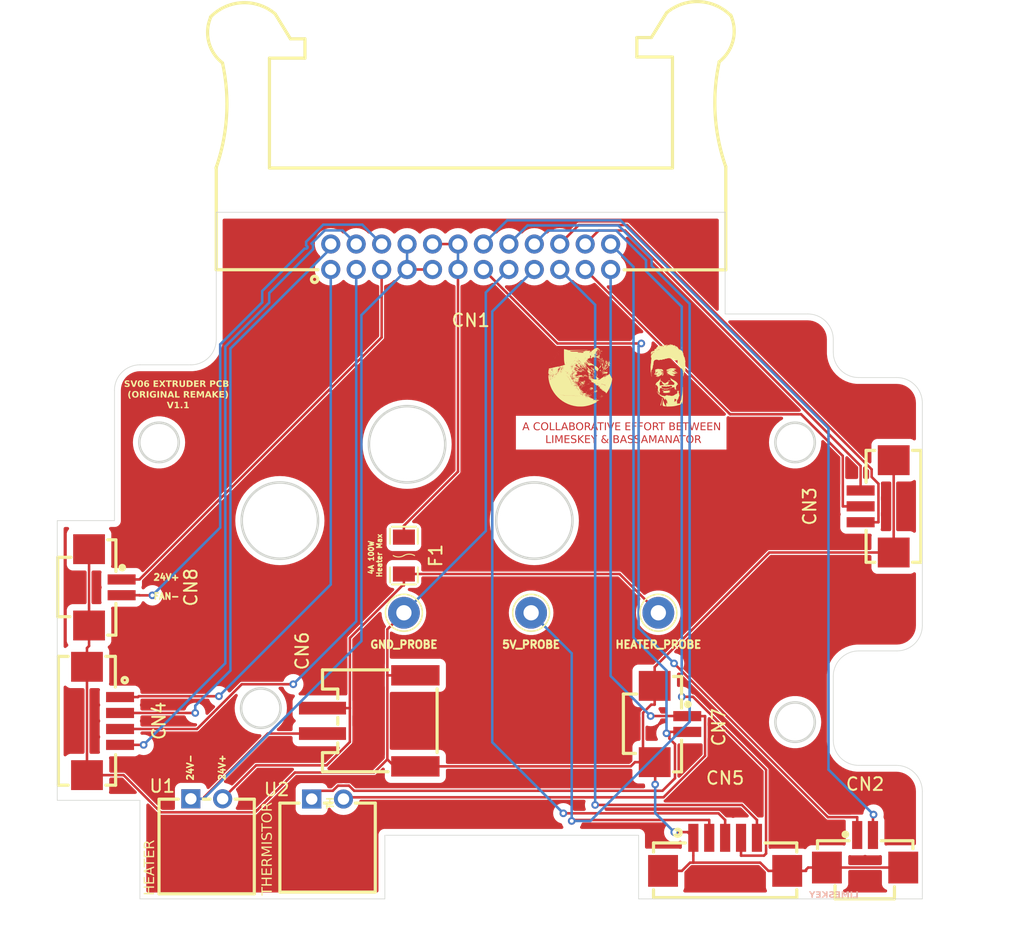
<source format=kicad_pcb>
(kicad_pcb (version 20240108) (generator "pcbnew") (generator_version "8.0")
  (layers (0 "F.Cu" signal) (31 "B.Cu" signal) (34 "B.Paste" user) (35 "F.Paste" user) (36 "B.SilkS" user "B.Silkscreen") (37 "F.SilkS" user "F.Silkscreen") (38 "B.Mask" user) (39 "F.Mask" user) (44 "Edge.Cuts" user))
  (net 0 "")
  (net 1 "Probe #2")
  (net 2 "Probe #1")
  (net 3 "Heater-")
  (net 4 "Empty DET #2")
  (net 5 "Probe #4")
  (net 6 "E Motor #1")
  (net 7 "Termistor-")
  (net 8 "Part Cooling Fan-")
  (net 9 "Empty DET #1")
  (net 10 "Fan+")
  (net 11 "Thermistor+")
  (net 12 "E Motor #3")
  (net 13 "E Motor #2")
  (net 14 "Probe #3")
  (net 15 "Empty DET #3")
  (net 16 "Probe #5")
  (net 17 "E Motor #4")
  (net 18 "Fan-")
  (net 19 "HEATER+_UNFUSED")
  (net 20 "Heater+")
  (net 21 "Part Cooling Fan+")
  (footprint "easyeda2kicad:CONN-SMD_HC-1.25-3PWT" (layer "F.Cu") (at 183.95 84.88 90)
    (property "Reference" "CN3" (at 0 -5.3 -90) (layer "F.SilkS"))
    (property "Value" "HC-1.25-3PWT")
    (pad "1" smd rect (at -1.25 -1.3 90) (size 0.8 2.2) (layers "F.Cu" "F.Paste" "F.Mask") (net 9 "Empty DET #1"))
    (pad "2" smd rect (at 0 -1.3 90) (size 0.8 2.2) (layers "F.Cu" "F.Paste" "F.Mask") (net 4 "Empty DET #2"))
    (pad "3" smd rect (at 1.25 -1.3 90) (size 0.8 2.2) (layers "F.Cu" "F.Paste" "F.Mask") (net 15 "Empty DET #3"))
    (pad "4" smd rect (at -3.63 1.3 90) (size 2.35 2.5) (layers "F.Cu" "F.Paste" "F.Mask") (net 2 "Probe #1"))
    (pad "5" smd rect (at 3.63 1.3 90) (size 2.35 2.5) (layers "F.Cu" "F.Paste" "F.Mask") (net 2 "Probe #1"))
  )
  (footprint "easyeda2kicad:IDC-TH_24P-P2.00_B-3102R24P-A000" (layer "F.Cu") (at 152 65.25 180)
    (property "Reference" "CN1" (at 0 -5 180) (layer "F.SilkS"))
    (property "Value" "B-3102R24P-A000")
    (pad "1" thru_hole circle (at 11 -1 90) (size 1.5 1.5) (drill 0.900024) (layers "*.Cu" "*.Mask") (net 6 "E Motor #1"))
    (pad "2" thru_hole circle (at 11 1 90) (size 1.5 1.5) (drill 0.900024) (layers "*.Cu" "*.Mask") (net 13 "E Motor #2"))
    (pad "3" thru_hole circle (at 9 -1 90) (size 1.5 1.5) (drill 0.900024) (layers "*.Cu" "*.Mask") (net 12 "E Motor #3"))
    (pad "4" thru_hole circle (at 9 1 90) (size 1.5 1.5) (drill 0.900024) (layers "*.Cu" "*.Mask") (net 17 "E Motor #4"))
    (pad "5" thru_hole circle (at 7 -1 90) (size 1.5 1.5) (drill 0.900024) (layers "*.Cu" "*.Mask") (net 10 "Fan+"))
    (pad "6" thru_hole circle (at 7 1 90) (size 1.5 1.5) (drill 0.900024) (layers "*.Cu" "*.Mask") (net 18 "Fan-"))
    (pad "7" thru_hole circle (at 5 -1 90) (size 1.5 1.5) (drill 0.900024) (layers "*.Cu" "*.Mask") (net 3 "Heater-"))
    (pad "8" thru_hole circle (at 5 1 90) (size 1.5 1.5) (drill 0.900024) (layers "*.Cu" "*.Mask") (net 3 "Heater-"))
    (pad "9" thru_hole circle (at 3 -1 90) (size 1.5 1.5) (drill 0.900024) (layers "*.Cu" "*.Mask") (net 3 "Heater-"))
    (pad "10" thru_hole circle (at 3 1 90) (size 1.5 1.5) (drill 0.900024) (layers "*.Cu" "*.Mask") (net 20 "Heater+"))
    (pad "11" thru_hole circle (at 1 -1 90) (size 1.5 1.5) (drill 0.900024) (layers "*.Cu" "*.Mask") (net 20 "Heater+"))
    (pad "12" thru_hole circle (at 1 1 90) (size 1.5 1.5) (drill 0.900024) (layers "*.Cu" "*.Mask") (net 20 "Heater+"))
    (pad "13" thru_hole circle (at -1 -1 90) (size 1.5 1.5) (drill 0.900024) (layers "*.Cu" "*.Mask") (net 21 "Part Cooling Fan+"))
    (pad "14" thru_hole circle (at -1 1 90) (size 1.5 1.5) (drill 0.900024) (layers "*.Cu" "*.Mask") (net 8 "Part Cooling Fan-"))
    (pad "15" thru_hole circle (at -3 -1 90) (size 1.5 1.5) (drill 0.900024) (layers "*.Cu" "*.Mask") (net 2 "Probe #1"))
    (pad "16" thru_hole circle (at -3 1 90) (size 1.5 1.5) (drill 0.900024) (layers "*.Cu" "*.Mask") (net 1 "Probe #2"))
    (pad "17" thru_hole circle (at -5 -1 90) (size 1.5 1.5) (drill 0.900024) (layers "*.Cu" "*.Mask") (net 14 "Probe #3"))
    (pad "18" thru_hole circle (at -5 1 90) (size 1.5 1.5) (drill 0.900024) (layers "*.Cu" "*.Mask") (net 5 "Probe #4"))
    (pad "19" thru_hole circle (at -7 -1 90) (size 1.5 1.5) (drill 0.900024) (layers "*.Cu" "*.Mask") (net 16 "Probe #5"))
    (pad "20" thru_hole circle (at -7 1 90) (size 1.5 1.5) (drill 0.900024) (layers "*.Cu" "*.Mask") (net 9 "Empty DET #1"))
    (pad "21" thru_hole circle (at -9 -1 90) (size 1.5 1.5) (drill 0.900024) (layers "*.Cu" "*.Mask") (net 4 "Empty DET #2"))
    (pad "22" thru_hole circle (at -9 1 90) (size 1.5 1.5) (drill 0.900024) (layers "*.Cu" "*.Mask") (net 15 "Empty DET #3"))
    (pad "23" thru_hole circle (at -11 -1 90) (size 1.5 1.5) (drill 0.900024) (layers "*.Cu" "*.Mask") (net 7 "Termistor-"))
    (pad "24" thru_hole circle (at -11 1 90) (size 1.5 1.5) (drill 0.900024) (layers "*.Cu" "*.Mask") (net 11 "Thermistor+"))
  )
  (footprint "Images:basa" (layer "F.Cu") (at 167.991409 73.84353)
    (property "Reference" "basamator" (hide yes))
    (property "Value" "LOGO" (hide yes))
  )
  (footprint "Images:limskeyyy" (layer "F.Cu") (at 160.5 74.5 180)
    (property "Reference" "G***" (hide yes))
    (property "Value" "LOGO" (hide yes))
  )
  (footprint "easyeda2kicad:CONN-SMD_2P-P1.25-HC-1.25-2PWT" (layer "F.Cu") (at 123.28 91.25 -90)
    (property "Reference" "CN8" (at 0 -6.72 90) (layer "F.SilkS"))
    (property "Value" "HC-1.25-2PWT")
    (pad "1" smd rect (at -0.62 -1.28 270) (size 0.8 2.2) (layers "F.Cu" "F.Paste" "F.Mask") (net 10 "Fan+"))
    (pad "2" smd rect (at 0.62 -1.28 270) (size 0.8 2.2) (layers "F.Cu" "F.Paste" "F.Mask") (net 18 "Fan-"))
    (pad "3" smd rect (at -3 1.28 180) (size 2.5 2.35) (layers "F.Cu" "F.Paste" "F.Mask") (net 2 "Probe #1"))
    (pad "4" smd rect (at 3 1.28) (size 2.5 2.35) (layers "F.Cu" "F.Paste" "F.Mask") (net 2 "Probe #1"))
  )
  (footprint "easyeda2kicad:CONN-SMD_2P-P1.25-HC-1.25-2PWT" (layer "F.Cu") (at 167.7425 102 -90)
    (property "Reference" "CN7" (at 0.25 -3.7575 90) (layer "F.SilkS"))
    (property "Value" "HC-1.25-2PWT")
    (pad "1" smd rect (at -0.62 -1.28 270) (size 0.8 2.2) (layers "F.Cu" "F.Paste" "F.Mask") (net 7 "Termistor-"))
    (pad "2" smd rect (at 0.62 -1.28 270) (size 0.8 2.2) (layers "F.Cu" "F.Paste" "F.Mask") (net 11 "Thermistor+"))
    (pad "3" smd rect (at -3 1.28 180) (size 2.5 2.35) (layers "F.Cu" "F.Paste" "F.Mask") (net 2 "Probe #1"))
    (pad "4" smd rect (at 3 1.28) (size 2.5 2.35) (layers "F.Cu" "F.Paste" "F.Mask") (net 2 "Probe #1"))
  )
  (footprint "TestPoint:TestPoint_THTPad_D2.5mm_Drill1.2mm" (layer "F.Cu") (at 166.75 93.25)
    (property "Reference" "TP2" (hide yes))
    (property "Value" "HEATER_PROBE" (at 0 2.5 0) (layer "F.SilkS") (effects (font (size 0.6 0.6))))
    (pad "1" thru_hole circle (at 0 0) (size 2.5 2.5) (drill 1.2) (layers "*.Cu" "*.Mask") (net 19 "HEATER+_UNFUSED"))
  )
  (footprint "easyeda2kicad:CONN-TH_2P-P2.50_HC-XH-2AW-G" (layer "F.Cu") (at 140.75 107.8975)
    (property "Reference" "U2" (at -4 -0.75 0) (layer "F.SilkS"))
    (property "Value" "HC-XH-2AW-L")
    (pad "1" thru_hole rect (at -1.25 0) (size 1.52 1.5) (drill 0.900024) (layers "*.Cu" "*.Mask") (net 11 "Thermistor+"))
    (pad "2" thru_hole circle (at 1.25 0) (size 1.5 1.5) (drill 0.900024) (layers "*.Cu" "*.Mask") (net 7 "Termistor-"))
  )
  (footprint "easyeda2kicad:CONN-SMD_2P-P1.25-HC-1.25-2PWT" (layer "F.Cu") (at 183 112.0075)
    (property "Reference" "CN2" (at 0 -5.28 0) (layer "F.SilkS"))
    (property "Value" "HC-1.25-2PWT")
    (pad "1" smd rect (at -0.62 -1.28) (size 0.8 2.2) (layers "F.Cu" "F.Paste" "F.Mask") (net 21 "Part Cooling Fan+"))
    (pad "2" smd rect (at 0.62 -1.28) (size 0.8 2.2) (layers "F.Cu" "F.Paste" "F.Mask") (net 8 "Part Cooling Fan-"))
    (pad "3" smd rect (at -3 1.28 270) (size 2.5 2.35) (layers "F.Cu" "F.Paste" "F.Mask") (net 2 "Probe #1"))
    (pad "4" smd rect (at 3 1.28 90) (size 2.5 2.35) (layers "F.Cu" "F.Paste" "F.Mask") (net 2 "Probe #1"))
  )
  (footprint "TestPoint:TestPoint_THTPad_D2.5mm_Drill1.2mm" (layer "F.Cu") (at 146.75 93.25)
    (property "Reference" "TP1" (hide yes))
    (property "Value" "GND_PROBE" (at 0 2.5 0) (layer "F.SilkS") (effects (font (size 0.6 0.6))))
    (pad "1" thru_hole circle (at 0 0) (size 2.5 2.5) (drill 1.2) (layers "*.Cu" "*.Mask") (net 2 "Probe #1"))
  )
  (footprint "easyeda2kicad:F1206" (layer "F.Cu") (at 146.75 88.75 -90)
    (property "Reference" "F1" (at 0 -2.5 90) (layer "F.SilkS"))
    (property "Value" "SMD1206-400-6V")
    (pad "1" smd rect (at -1.45 0 270) (size 1.19 1.73) (layers "F.Cu" "F.Paste" "F.Mask") (net 20 "Heater+"))
    (pad "2" smd rect (at 1.45 0 270) (size 1.19 1.73) (layers "F.Cu" "F.Paste" "F.Mask") (net 19 "HEATER+_UNFUSED"))
  )
  (footprint "easyeda2kicad:CONN-SMD_2P-P2.00_XKB_X2011WRS-02A-9TSN" (layer "F.Cu") (at 144 101.75 90)
    (property "Reference" "CN6" (at 5.5 -5.25 90) (layer "F.SilkS"))
    (property "Value" "X2011WRS-02A-9TSN")
    (pad "1" smd rect (at -1 -3.65 90) (size 1 3.7) (layers "F.Cu" "F.Paste" "F.Mask") (net 3 "Heater-"))
    (pad "2" smd rect (at 1 -3.65 90) (size 1 3.7) (layers "F.Cu" "F.Paste" "F.Mask") (net 19 "HEATER+_UNFUSED"))
    (pad "3" smd rect (at 3.58 3.65 90) (size 1.6 3.8) (layers "F.Cu" "F.Paste" "F.Mask") (net 2 "Probe #1"))
    (pad "4" smd rect (at -3.58 3.65 90) (size 1.6 3.8) (layers "F.Cu" "F.Paste" "F.Mask") (net 2 "Probe #1"))
  )
  (footprint "TestPoint:TestPoint_THTPad_D2.5mm_Drill1.2mm" (layer "F.Cu") (at 156.75 93.25)
    (property "Reference" "TP3" (hide yes))
    (property "Value" "5V_PROBE" (at 0 2.5 0) (layer "F.SilkS") (effects (font (size 0.6 0.6))))
    (pad "1" thru_hole circle (at 0 0) (size 2.5 2.5) (drill 1.2) (layers "*.Cu" "*.Mask") (net 1 "Probe #2"))
  )
  (footprint "easyeda2kicad:CONN-TH_2P-P2.50_HX-2.54MM-2P-WZ" (layer "F.Cu") (at 131.25 107.88)
    (property "Reference" "U1" (at -3.5 -1 0) (layer "F.SilkS"))
    (property "Value" "HX 2.54MM-2P WZ")
    (pad "1" thru_hole rect (at -1.25 0) (size 1.5 1.5) (drill 0.900024) (layers "*.Cu" "*.Mask") (net 3 "Heater-"))
    (pad "2" thru_hole circle (at 1.25 0) (size 1.5 1.5) (drill 0.900024) (layers "*.Cu" "*.Mask") (net 19 "HEATER+_UNFUSED"))
  )
  (footprint "easyeda2kicad:CONN-SMD_5P-P1.25_HCTL_HC-1.25-5PWT" (layer "F.Cu") (at 172 112.25)
    (property "Reference" "CN5" (at 0 -6 0) (layer "F.SilkS"))
    (property "Value" "HC-1.25-5PWT")
    (pad "1" smd rect (at -2.5 -1.3) (size 0.8 2.2) (layers "F.Cu" "F.Paste" "F.Mask") (net 2 "Probe #1"))
    (pad "2" smd rect (at -1.25 -1.3) (size 0.8 2.2) (layers "F.Cu" "F.Paste" "F.Mask") (net 1 "Probe #2"))
    (pad "3" smd rect (at 0 -1.3) (size 0.8 2.2) (layers "F.Cu" "F.Paste" "F.Mask") (net 14 "Probe #3"))
    (pad "4" smd rect (at 1.25 -1.3) (size 0.8 2.2) (layers "F.Cu" "F.Paste" "F.Mask") (net 5 "Probe #4"))
    (pad "5" smd rect (at 2.5 -1.3) (size 0.8 2.2) (layers "F.Cu" "F.Paste" "F.Mask") (net 16 "Probe #5"))
    (pad "6" smd rect (at 4.88 1.3) (size 2.35 2.5) (layers "F.Cu" "F.Paste" "F.Mask") (net 2 "Probe #1"))
    (pad "7" smd rect (at -4.88 1.3) (size 2.35 2.5) (layers "F.Cu" "F.Paste" "F.Mask") (net 2 "Probe #1"))
  )
  (footprint "easyeda2kicad:CONN-SMD_4P-P1.25-HC-1.25-4PWT" (layer "F.Cu") (at 123.1375 101.76 -90)
    (property "Reference" "CN4" (at -0.01 -4.3625 90) (layer "F.SilkS"))
    (property "Value" "HC-1.25-4PWT")
    (pad "1" smd rect (at -1.88 -1.3) (size 2.2 0.8) (layers "F.Cu" "F.Paste" "F.Mask") (net 6 "E Motor #1"))
    (pad "2" smd rect (at -0.63 -1.3) (size 2.2 0.8) (layers "F.Cu" "F.Paste" "F.Mask") (net 13 "E Motor #2"))
    (pad "3" smd rect (at 0.63 -1.3) (size 2.2 0.8) (layers "F.Cu" "F.Paste" "F.Mask") (net 12 "E Motor #3"))
    (pad "4" smd rect (at 1.88 -1.3) (size 2.2 0.8) (layers "F.Cu" "F.Paste" "F.Mask") (net 17 "E Motor #4"))
    (pad "5" smd rect (at 4.26 1.3 90) (size 2.35 2.5) (layers "F.Cu" "F.Paste" "F.Mask") (net 2 "Probe #1"))
    (pad "6" smd rect (at -4.26 1.3 90) (size 2.35 2.5) (layers "F.Cu" "F.Paste" "F.Mask") (net 2 "Probe #1"))
  )
  (gr_line (start 187.5 107.3) (end 187.5 115.75) (stroke (width 0.05)) (layer "Edge.Cuts"))
  (gr_arc (start 185.5 74.75) (mid 186.914214 75.335786) (end 187.5 76.75) (stroke (width 0.05)) (layer "Edge.Cuts"))
  (gr_circle (center 177.5 101.85) (end 179.05 101.85) (stroke (width 0.2)) (fill none) (layer "Edge.Cuts"))
  (gr_line (start 145.25 115.75) (end 126 115.75) (stroke (width 0.05)) (layer "Edge.Cuts"))
  (gr_line (start 187.5 94.25) (end 187.5 76.75) (stroke (width 0.05)) (layer "Edge.Cuts"))
  (gr_circle (center 137 86) (end 140 86) (stroke (width 0.2)) (fill none) (layer "Edge.Cuts"))
  (gr_line (start 172 61.75) (end 132 61.75) (stroke (width 0.05)) (layer "Edge.Cuts"))
  (gr_line (start 182.5 105.25) (end 185.45 105.25) (stroke (width 0.05)) (layer "Edge.Cuts"))
  (gr_circle (center 177.5 79.85) (end 179.05 79.85) (stroke (width 0.2)) (fill none) (layer "Edge.Cuts"))
  (gr_line (start 124 86) (end 119.5 86) (stroke (width 0.05)) (layer "Edge.Cuts"))
  (gr_circle (center 127.5 79.85) (end 129.05 79.85) (stroke (width 0.2)) (fill none) (layer "Edge.Cuts"))
  (gr_line (start 132 71.75) (end 132 61.75) (stroke (width 0.05)) (layer "Edge.Cuts"))
  (gr_line (start 180.5 72.75) (end 180.5 71.75) (stroke (width 0.05)) (layer "Edge.Cuts"))
  (gr_arc (start 132 71.75) (mid 131.414214 73.164214) (end 130 73.75) (stroke (width 0.05)) (layer "Edge.Cuts"))
  (gr_circle (center 147 80) (end 150 80) (stroke (width 0.2)) (fill none) (layer "Edge.Cuts"))
  (gr_line (start 185.5 96.25) (end 182.5 96.25) (stroke (width 0.05)) (layer "Edge.Cuts"))
  (gr_arc (start 180.5 98.25) (mid 181.085786 96.835786) (end 182.5 96.25) (stroke (width 0.05)) (layer "Edge.Cuts"))
  (gr_line (start 178.5 69.75) (end 172 69.75) (stroke (width 0.05)) (layer "Edge.Cuts"))
  (gr_line (start 145.25 110.75) (end 145.25 115.75) (stroke (width 0.05)) (layer "Edge.Cuts"))
  (gr_arc (start 182.5 74.75) (mid 181.085786 74.164214) (end 180.5 72.75) (stroke (width 0.05)) (layer "Edge.Cuts"))
  (gr_line (start 126 115.75) (end 126 108) (stroke (width 0.05)) (layer "Edge.Cuts"))
  (gr_line (start 180.5 103.25) (end 180.5 98.25) (stroke (width 0.05)) (layer "Edge.Cuts"))
  (gr_line (start 130 73.75) (end 126 73.75) (stroke (width 0.05)) (layer "Edge.Cuts"))
  (gr_arc (start 182.5 105.25) (mid 181.085786 104.664214) (end 180.5 103.25) (stroke (width 0.05)) (layer "Edge.Cuts"))
  (gr_line (start 185.5 74.75) (end 182.5 74.75) (stroke (width 0.05)) (layer "Edge.Cuts"))
  (gr_line (start 124 86) (end 124 75.75) (stroke (width 0.05)) (layer "Edge.Cuts"))
  (gr_circle (center 135.5 100.75) (end 137.05 100.75) (stroke (width 0.2)) (fill none) (layer "Edge.Cuts"))
  (gr_line (start 165.2 115.75) (end 187.5 115.75) (stroke (width 0.05)) (layer "Edge.Cuts"))
  (gr_line (start 126 108) (end 119.5 108) (stroke (width 0.05)) (layer "Edge.Cuts"))
  (gr_line (start 119.5 86) (end 119.5 108) (stroke (width 0.05)) (layer "Edge.Cuts"))
  (gr_line (start 165.2 110.75) (end 165.2 115.75) (stroke (width 0.05)) (layer "Edge.Cuts"))
  (gr_arc (start 187.5 94.25) (mid 186.914214 95.664214) (end 185.5 96.25) (stroke (width 0.05)) (layer "Edge.Cuts"))
  (gr_circle (center 157 86) (end 160 86) (stroke (width 0.2)) (fill none) (layer "Edge.Cuts"))
  (gr_arc (start 178.5 69.75) (mid 179.914214 70.335786) (end 180.5 71.75) (stroke (width 0.05)) (layer "Edge.Cuts"))
  (gr_arc (start 124 75.75) (mid 124.585786 74.335786) (end 126 73.75) (stroke (width 0.05)) (layer "Edge.Cuts"))
  (gr_arc (start 185.45 105.25) (mid 186.899569 105.850431) (end 187.5 107.3) (stroke (width 0.05)) (layer "Edge.Cuts"))
  (gr_line (start 165.2 110.75) (end 145.25 110.75) (stroke (width 0.05)) (layer "Edge.Cuts"))
  (gr_line (start 172 69.75) (end 172 61.75) (stroke (width 0.05)) (layer "Edge.Cuts"))
  (gr_text "A COLLABORATIVE EFFORT BETWEEN \nLIMESKEY & BASSAMANATOR" (at 164 80 0) (layer "F.Cu") (effects (font (size 0.6 0.6) (thickness 0.125)) (justify bottom)))
  (gr_text "LIMESKEY" (at 182.5 115.75 0) (layer "B.SilkS") (effects (font (size 0.5 0.5) (thickness 0.125) (bold yes)) (justify left bottom mirror)))
  (gr_text "24V+" (at 127 90.75 0) (layer "F.SilkS") (effects (font (size 0.5 0.5) (thickness 0.125) (bold yes)) (justify left bottom)))
  (gr_text "24V+" (at 132.75 106.5 90) (layer "F.SilkS") (effects (font (size 0.5 0.5) (thickness 0.125) (bold yes)) (justify left bottom)))
  (gr_text "TH" (at 141.25 108.75 90) (layer "F.SilkS") (effects (font (size 0.5 0.5) (thickness 0.125) (bold yes)) (justify left bottom)))
  (gr_text "4A 100W \nHeater Max" (at 144.5 88.75 90) (layer "F.SilkS") (effects (font (size 0.4 0.4) (thickness 0.1))))
  (gr_text "SV06 EXTRUDER PCB \n(ORIGINAL REMAKE)\nV1.1" (at 129 77.25 0) (layer "F.SilkS") (effects (font (size 0.5 0.5) (thickness 0.125) (bold yes)) (justify bottom)))
  (gr_text "THERMISTOR" (at 136.5 115.5 90) (layer "F.SilkS") (effects (font (size 0.8 0.8)) (justify left bottom)))
  (gr_text "HEATER" (at 127.25 115.5 90) (layer "F.SilkS") (effects (font (size 0.8 0.8)) (justify left bottom)))
  (gr_text "24V-" (at 130.25 106.5 90) (layer "F.SilkS") (effects (font (size 0.5 0.5) (thickness 0.125) (bold yes)) (justify left bottom)))
  (gr_text "FAN-" (at 127 92.25 0) (layer "F.SilkS") (effects (font (size 0.5 0.5) (thickness 0.125) (bold yes)) (justify left bottom)))
  (segment (start 170.75 110.95) (end 170.75 109.5483) (width 0.2) (layer "F.Cu") (net 1))
  (segment (start 170.75 109.5483) (end 160.0147 109.5483) (width 0.2) (layer "F.Cu") (net 1))
  (segment (start 160.0147 109.5483) (end 159.9396 109.6234) (width 0.2) (layer "F.Cu") (net 1))
  (via (at 159.9396 109.6234) (size 0.6) (drill 0.3) (layers "F.Cu" "B.Cu") (net 1))
  (segment (start 156.4638 62.7862) (end 155 64.25) (width 0.2) (layer "B.Cu") (net 1))
  (segment (start 159.9396 109.6234) (end 161.4095 109.6234) (width 0.2) (layer "B.Cu") (net 1))
  (segment (start 166.2237 65.3988) (end 163.6111 62.7862) (width 0.2) (layer "B.Cu") (net 1))
  (segment (start 159.9396 96.4396) (end 159.9396 109.6234) (width 0.2) (layer "B.Cu") (net 1))
  (segment (start 161.4095 109.6234) (end 169.2095 101.8234) (width 0.2) (layer "B.Cu") (net 1))
  (segment (start 163.6111 62.7862) (end 156.4638 62.7862) (width 0.2) (layer "B.Cu") (net 1))
  (segment (start 169.2095 101.8234) (end 169.2095 68.9526) (width 0.2) (layer "B.Cu") (net 1))
  (segment (start 169.2095 68.9526) (end 166.2237 65.9668) (width 0.2) (layer "B.Cu") (net 1))
  (segment (start 166.2237 65.9668) (end 166.2237 65.3988) (width 0.2) (layer "B.Cu") (net 1))
  (segment (start 156.75 93.25) (end 159.9396 96.4396) (width 0.2) (layer "B.Cu") (net 1))
  (segment (start 168.5967 113.55) (end 169.2434 112.9033) (width 0.2) (layer "F.Cu") (net 2))
  (segment (start 135.1506 108.8454) (end 135.0527 108.9433) (width 0.2) (layer "F.Cu") (net 2))
  (segment (start 135.2241 108.7719) (end 135.1996 108.7964) (width 0.2) (layer "F.Cu") (net 2))
  (segment (start 135.2482 108.7478) (end 135.2478 108.7482) (width 0.2) (layer "F.Cu") (net 2))
  (segment (start 169.5 110.9513) (end 169.5 110.9506) (width 0.2) (layer "F.Cu") (net 2))
  (segment (start 145.4483 94.5517) (end 146.75 93.25) (width 0.2) (layer "F.Cu") (net 2))
  (segment (start 185.25 88.51) (end 175.4758 88.51) (width 0.2) (layer "F.Cu") (net 2))
  (segment (start 135.247 108.749) (end 135.2455 108.7505) (width 0.2) (layer "F.Cu") (net 2))
  (segment (start 121.8375 96.0233) (end 122 95.8608) (width 0.2) (layer "F.Cu") (net 2))
  (segment (start 169.5 110.9554) (end 169.5 110.9527) (width 0.2) (layer "F.Cu") (net 2))
  (segment (start 147.65 105.33) (end 164.5808 105.33) (width 0.2) (layer "F.Cu") (net 2))
  (segment (start 146.5492 105.33) (end 147.65 105.33) (width 0.2) (layer "F.Cu") (net 2))
  (segment (start 169.5 111.6508) (end 169.5 111.3004) (width 0.2) (layer "F.Cu") (net 2))
  (segment (start 169.5 110.9506) (end 169.5 110.9503) (width 0.2) (layer "F.Cu") (net 2))
  (segment (start 180 113.2875) (end 178.5233 113.2875) (width 0.2) (layer "F.Cu") (net 2))
  (segment (start 145.4483 104.7795) (end 144.4111 105.8167) (width 0.2) (layer "F.Cu") (net 2))
  (segment (start 135.2478 108.7482) (end 135.247 108.749) (width 0.2) (layer "F.Cu") (net 2))
  (segment (start 176.88 113.55) (end 178.3567 113.55) (width 0.2) (layer "F.Cu") (net 2))
  (segment (start 169.5 111.3004) (end 169.5 111.1252) (width 0.2) (layer "F.Cu") (net 2))
  (segment (start 165.5436 101.1204) (end 165.5436 104.8569) (width 0.2) (layer "F.Cu") (net 2))
  (segment (start 165.5436 104.8569) (end 165.6867 105) (width 0.2) (layer "F.Cu") (net 2))
  (segment (start 169.5 110.9501) (end 169.5 110.95) (width 0.2) (layer "F.Cu") (net 2))
  (segment (start 127.6431 108.9433) (end 124.7198 106.02) (width 0.2) (layer "F.Cu") (net 2))
  (segment (start 169.5 110.9719) (end 169.5 110.9609) (width 0.2) (layer "F.Cu") (net 2))
  (segment (start 169.05 110.5) (end 168 110.5) (width 0.2) (layer "F.Cu") (net 2))
  (segment (start 138.1793 105.8167) (end 135.2485 108.7475) (width 0.2) (layer "F.Cu") (net 2))
  (segment (start 169.5 110.95) (end 169.05 110.5) (width 0.2) (layer "F.Cu") (net 2))
  (segment (start 145.4483 98.17) (end 145.4483 94.5517) (width 0.2) (layer "F.Cu") (net 2))
  (segment (start 166.5 106.75) (end 166.5 105.0375) (width 0.2) (layer "F.Cu") (net 2))
  (segment (start 121.8375 106.02) (end 121.8375 97.5) (width 0.2) (layer "F.Cu") (net 2))
  (segment (start 147.65 98.17) (end 145.4483 98.17) (width 0.2) (layer "F.Cu") (net 2))
  (segment (start 169.5 111.6508) (end 169.5 112.3517) (width 0.2) (layer "F.Cu") (net 2))
  (segment (start 166.5 105.0375) (end 166.4625 105) (width 0.2) (layer "F.Cu") (net 2))
  (segment (start 165.6867 105) (end 164.9108 105) (width 0.2) (layer "F.Cu") (net 2))
  (segment (start 124.7198 106.02) (end 121.8375 106.02) (width 0.2) (layer "F.Cu") (net 2))
  (segment (start 178.3567 113.55) (end 178.3567 113.4541) (width 0.2) (layer "F.Cu") (net 2))
  (segment (start 135.2424 108.7536) (end 135.2363 108.7597) (width 0.2) (layer "F.Cu") (net 2))
  (segment (start 166.4625 99) (end 166.4625 97.5233) (width 0.2) (layer "F.Cu") (net 2))
  (segment (start 145.9988 105.33) (end 145.4483 104.7795) (width 0.2) (layer "F.Cu") (net 2))
  (segment (start 166.4625 105) (end 165.6867 105) (width 0.2) (layer "F.Cu") (net 2))
  (segment (start 169.5 110.9938) (end 169.5 110.9719) (width 0.2) (layer "F.Cu") (net 2))
  (segment (start 122 94.25) (end 122 88.25) (width 0.2) (layer "F.Cu") (net 2))
  (segment (start 164.5808 105.33) (end 164.9108 105) (width 0.2) (layer "F.Cu") (net 2))
  (segment (start 122 95.8608) (end 122 94.25) (width 0.2) (layer "F.Cu") (net 2))
  (segment (start 166.4625 99) (end 166.4625 100.4767) (width 0.2) (layer "F.Cu") (net 2))
  (segment (start 135.1996 108.7964) (end 135.1506 108.8454) (width 0.2) (layer "F.Cu") (net 2))
  (segment (start 185.25 81.25) (end 185.25 88.51) (width 0.2) (layer "F.Cu") (net 2))
  (segment (start 169.5 111.0376) (end 169.5 110.9938) (width 0.2) (layer "F.Cu") (net 2))
  (segment (start 166.4625 100.4767) (end 166.1873 100.4767) (width 0.2) (layer "F.Cu") (net 2))
  (segment (start 167.12 113.55) (end 168.5967 113.55) (width 0.2) (layer "F.Cu") (net 2))
  (segment (start 169.5 112.9033) (end 174.7566 112.9033) (width 0.2) (layer "F.Cu") (net 2))
  (segment (start 121.8375 97.5) (end 121.8375 96.0233) (width 0.2) (layer "F.Cu") (net 2))
  (segment (start 135.0527 108.9433) (end 127.6431 108.9433) (width 0.2) (layer "F.Cu") (net 2))
  (segment (start 169.2434 112.9033) (end 169.5 112.9033) (width 0.2) (layer "F.Cu") (net 2))
  (segment (start 178.3567 113.4541) (end 178.5233 113.2875) (width 0.2) (layer "F.Cu") (net 2))
  (segment (start 169.5 110.9503) (end 169.5 110.9501) (width 0.2) (layer "F.Cu") (net 2))
  (segment (start 145.4483 104.7795) (end 145.4483 98.17) (width 0.2) (layer "F.Cu") (net 2))
  (segment (start 144.4111 105.8167) (end 138.1793 105.8167) (width 0.2) (layer "F.Cu") (net 2))
  (segment (start 169.5 110.9609) (end 169.5 110.9554) (width 0.2) (layer "F.Cu") (net 2))
  (segment (start 176.88 113.55) (end 175.4033 113.55) (width 0.2) (layer "F.Cu") (net 2))
  (segment (start 169.5 111.1252) (end 169.5 111.0376) (width 0.2) (layer "F.Cu") (net 2))
  (segment (start 166.1873 100.4767) (end 165.5436 101.1204) (width 0.2) (layer "F.Cu") (net 2))
  (segment (start 175.4758 88.51) (end 166.4625 97.5233) (width 0.2) (layer "F.Cu") (net 2))
  (segment (start 135.2484 108.7476) (end 135.2482 108.7478) (width 0.2) (layer "F.Cu") (net 2))
  (segment (start 186 113.2875) (end 180 113.2875) (width 0.2) (layer "F.Cu") (net 2))
  (segment (start 135.2363 108.7597) (end 135.2241 108.7719) (width 0.2) (layer "F.Cu") (net 2))
  (segment (start 146.5492 105.33) (end 145.9988 105.33) (width 0.2) (layer "F.Cu") (net 2))
  (segment (start 169.5 110.9527) (end 169.5 110.9513) (width 0.2) (layer "F.Cu") (net 2))
  (segment (start 135.2485 108.7475) (end 135.2484 108.7476) (width 0.2) (layer "F.Cu") (net 2))
  (segment (start 174.7566 112.9033) (end 175.4033 113.55) (width 0.2) (layer "F.Cu") (net 2))
  (segment (start 135.2455 108.7505) (end 135.2424 108.7536) (width 0.2) (layer "F.Cu") (net 2))
  (segment (start 169.5 112.9033) (end 169.5 112.3517) (width 0.2) (layer "F.Cu") (net 2))
  (via (at 168 110.5) (size 0.6) (drill 0.3) (layers "F.Cu" "B.Cu") (net 2))
  (via (at 166.5 106.75) (size 0.6) (drill 0.3) (layers "F.Cu" "B.Cu") (net 2))
  (segment (start 168 110.5) (end 166.5 109) (width 0.2) (layer "B.Cu") (net 2))
  (segment (start 153.1875 86.8125) (end 146.75 93.25) (width 0.2) (layer "B.Cu") (net 2))
  (segment (start 166.5 109) (end 166.5 106.75) (width 0.2) (layer "B.Cu") (net 2))
  (segment (start 153.1875 68.0625) (end 153.1875 86.8125) (width 0.2) (layer "B.Cu") (net 2))
  (segment (start 155 66.25) (end 153.1875 68.0625) (width 0.2) (layer "B.Cu") (net 2))
  (segment (start 140.35 102.75) (end 136.0502 102.75) (width 0.2) (layer "F.Cu") (net 3))
  (segment (start 130 107.88) (end 131.0517 107.88) (width 0.2) (layer "F.Cu") (net 3))
  (segment (start 131.0517 107.7485) (end 131.0517 107.88) (width 0.2) (layer "F.Cu") (net 3))
  (segment (start 136.0502 102.75) (end 131.0517 107.7485) (width 0.2) (layer "F.Cu") (net 3))
  (segment (start 149 66.25) (end 147 66.25) (width 0.2) (layer "F.Cu") (net 3))
  (segment (start 143.41 95.4699) (end 143.41 69.84) (width 0.2) (layer "B.Cu") (net 3))
  (segment (start 130 107.88) (end 131.0517 107.88) (width 0.2) (layer "B.Cu") (net 3))
  (segment (start 131.0517 107.88) (end 131.0517 107.8282) (width 0.2) (layer "B.Cu") (net 3))
  (segment (start 143.41 69.84) (end 147 66.25) (width 0.2) (layer "B.Cu") (net 3))
  (segment (start 147 64.25) (end 147 66.25) (width 0.2) (layer "B.Cu") (net 3))
  (segment (start 131.0517 107.8282) (end 143.41 95.4699) (width 0.2) (layer "B.Cu") (net 3))
  (segment (start 161 66.25) (end 172.3872 77.6372) (width 0.2) (layer "F.Cu") (net 4))
  (segment (start 172.3872 77.6372) (end 177.9712 77.6372) (width 0.2) (layer "F.Cu") (net 4))
  (segment (start 181.2483 80.9143) (end 181.2483 84.88) (width 0.2) (layer "F.Cu") (net 4))
  (segment (start 177.9712 77.6372) (end 181.2483 80.9143) (width 0.2) (layer "F.Cu") (net 4))
  (segment (start 182.65 84.88) (end 181.2483 84.88) (width 0.2) (layer "F.Cu") (net 4))
  (segment (start 175.2195 105.6053) (end 169.4711 99.8569) (width 0.2) (layer "F.Cu") (net 5))
  (segment (start 175.2195 112.1845) (end 175.2195 105.6053) (width 0.2) (layer "F.Cu") (net 5))
  (segment (start 173.25 112.3517) (end 175.0523 112.3517) (width 0.2) (layer "F.Cu") (net 5))
  (segment (start 173.25 110.95) (end 173.25 112.3517) (width 0.2) (layer "F.Cu") (net 5))
  (segment (start 175.0523 112.3517) (end 175.2195 112.1845) (width 0.2) (layer "F.Cu") (net 5))
  (segment (start 169.4711 99.8569) (end 168.5893 99.8569) (width 0.2) (layer "F.Cu") (net 5))
  (via (at 168.5893 99.8569) (size 0.6) (drill 0.3) (layers "F.Cu" "B.Cu") (net 5))
  (segment (start 168.5892 99.8569) (end 168.5893 99.8569) (width 0.2) (layer "B.Cu") (net 5))
  (segment (start 158.0621 63.1879) (end 163.4448 63.1879) (width 0.2) (layer "B.Cu") (net 5))
  (segment (start 163.4448 63.1879) (end 165.7807 65.5238) (width 0.2) (layer "B.Cu") (net 5))
  (segment (start 168.5892 69.1786) (end 168.5892 99.8569) (width 0.2) (layer "B.Cu") (net 5))
  (segment (start 157 64.25) (end 158.0621 63.1879) (width 0.2) (layer "B.Cu") (net 5))
  (segment (start 165.7807 66.3701) (end 168.5892 69.1786) (width 0.2) (layer "B.Cu") (net 5))
  (segment (start 165.7807 65.5238) (end 165.7807 66.3701) (width 0.2) (layer "B.Cu") (net 5))
  (segment (start 125.9047 99.8145) (end 132.2087 99.8145) (width 0.2) (layer "F.Cu") (net 6))
  (segment (start 125.8392 99.88) (end 125.9047 99.8145) (width 0.2) (layer "F.Cu") (net 6))
  (segment (start 124.4375 99.88) (end 125.8392 99.88) (width 0.2) (layer "F.Cu") (net 6))
  (via (at 132.2087 99.8145) (size 0.6) (drill 0.3) (layers "F.Cu" "B.Cu") (net 6))
  (segment (start 132.2087 99.8145) (end 141 91.0232) (width 0.2) (layer "B.Cu") (net 6))
  (segment (start 141 91.0232) (end 141 66.25) (width 0.2) (layer "B.Cu") (net 6))
  (segment (start 169.693 101.3695) (end 166.1453 101.3695) (width 0.2) (layer "F.Cu") (net 7))
  (segment (start 167.1583 107.7617) (end 142.1358 107.7617) (width 0.2) (layer "F.Cu") (net 7))
  (segment (start 170.4242 101.38) (end 170.4242 104.4958) (width 0.2) (layer "F.Cu") (net 7))
  (segment (start 142.1358 107.7617) (end 142 107.8975) (width 0.2) (layer "F.Cu") (net 7))
  (segment (start 169.7035 101.38) (end 169.693 101.3695) (width 0.2) (layer "F.Cu") (net 7))
  (segment (start 169.7234 101.38) (end 170.4242 101.38) (width 0.2) (layer "F.Cu") (net 7))
  (segment (start 170.4242 104.4958) (end 167.1583 107.7617) (width 0.2) (layer "F.Cu") (net 7))
  (segment (start 169.7234 101.38) (end 169.7035 101.38) (width 0.2) (layer "F.Cu") (net 7))
  (segment (start 169.0225 101.38) (end 169.7035 101.38) (width 0.2) (layer "F.Cu") (net 7))
  (via (at 166.1453 101.3695) (size 0.6) (drill 0.3) (layers "F.Cu" "B.Cu") (net 7))
  (segment (start 163 98.2242) (end 163 66.25) (width 0.2) (layer "B.Cu") (net 7))
  (segment (start 166.1453 101.3695) (end 163 98.2242) (width 0.2) (layer "B.Cu") (net 7))
  (segment (start 183.62 109.168) (end 183.62 110.7275) (width 0.2) (layer "F.Cu") (net 8))
  (segment (start 183.6643 109.1237) (end 183.62 109.168) (width 0.2) (layer "F.Cu") (net 8))
  (via (at 183.6643 109.1237) (size 0.6) (drill 0.3) (layers "F.Cu" "B.Cu") (net 8))
  (segment (start 163.7774 62.3845) (end 154.8655 62.3845) (width 0.2) (layer "B.Cu") (net 8))
  (segment (start 154.8655 62.3845) (end 153 64.25) (width 0.2) (layer "B.Cu") (net 8))
  (segment (start 183.6643 109.1237) (end 180.1247 105.5841) (width 0.2) (layer "B.Cu") (net 8))
  (segment (start 180.1247 105.5841) (end 180.1247 78.7318) (width 0.2) (layer "B.Cu") (net 8))
  (segment (start 180.1247 78.7318) (end 163.7774 62.3845) (width 0.2) (layer "B.Cu") (net 8))
  (segment (start 164.3005 62.7544) (end 160.4956 62.7544) (width 0.2) (layer "F.Cu") (net 9))
  (segment (start 184.0517 83.1022) (end 183.5166 82.5671) (width 0.2) (layer "F.Cu") (net 9))
  (segment (start 184.0517 86.13) (end 184.0517 83.1022) (width 0.2) (layer "F.Cu") (net 9))
  (segment (start 183.5166 82.5671) (end 183.5166 81.9705) (width 0.2) (layer "F.Cu") (net 9))
  (segment (start 183.5166 81.9705) (end 164.3005 62.7544) (width 0.2) (layer "F.Cu") (net 9))
  (segment (start 160.4956 62.7544) (end 159 64.25) (width 0.2) (layer "F.Cu") (net 9))
  (segment (start 182.65 86.13) (end 184.0517 86.13) (width 0.2) (layer "F.Cu") (net 9))
  (segment (start 145 71.5917) (end 145 66.25) (width 0.2) (layer "F.Cu") (net 10))
  (segment (start 125.9617 90.63) (end 145 71.5917) (width 0.2) (layer "F.Cu") (net 10))
  (segment (start 124.56 90.63) (end 125.9617 90.63) (width 0.2) (layer "F.Cu") (net 10))
  (segment (start 167.6208 102.7303) (end 167.6208 103.1462) (width 0.2) (layer "F.Cu") (net 11))
  (segment (start 141.162575 107.25) (end 139.5 107.25) (width 0.2) (layer "F.Cu") (net 11))
  (segment (start 167.6208 103.1462) (end 168.0579 103.5833) (width 0.2) (layer "F.Cu") (net 11))
  (segment (start 139.5 107.25) (end 139.5 107.8975) (width 0.2) (layer "F.Cu") (net 11))
  (segment (start 167.0763 107.25) (end 142.837425 107.25) (width 0.2) (layer "F.Cu") (net 11))
  (segment (start 167.6208 102.62) (end 167.6208 102.7303) (width 0.2) (layer "F.Cu") (net 11))
  (segment (start 169.0225 102.62) (end 167.6208 102.62) (width 0.2) (layer "F.Cu") (net 11))
  (segment (start 141.565075 106.8475) (end 141.162575 107.25) (width 0.2) (layer "F.Cu") (net 11))
  (segment (start 167.6208 102.7303) (end 167.3907 102.7303) (width 0.2) (layer "F.Cu") (net 11))
  (segment (start 142.837425 107.25) (end 142.434925 106.8475) (width 0.2) (layer "F.Cu") (net 11))
  (segment (start 168.0579 106.2684) (end 167.0763 107.25) (width 0.2) (layer "F.Cu") (net 11))
  (segment (start 142.434925 106.8475) (end 141.565075 106.8475) (width 0.2) (layer "F.Cu") (net 11))
  (segment (start 168.0579 103.5833) (end 168.0579 106.2684) (width 0.2) (layer "F.Cu") (net 11))
  (via (at 167.3907 102.7303) (size 0.6) (drill 0.3) (layers "F.Cu" "B.Cu") (net 11))
  (segment (start 164.7966 66.0466) (end 164.7966 95.2045) (width 0.2) (layer "B.Cu") (net 11))
  (segment (start 163 64.25) (end 164.7966 66.0466) (width 0.2) (layer "B.Cu") (net 11))
  (segment (start 164.7966 95.2045) (end 167.3907 97.7986) (width 0.2) (layer "B.Cu") (net 11))
  (segment (start 167.3907 97.7986) (end 167.3907 102.7303) (width 0.2) (layer "B.Cu") (net 11))
  (segment (start 124.4375 102.39) (end 130.4841 102.39) (width 0.2) (layer "F.Cu") (net 12))
  (segment (start 130.4841 102.39) (end 134.0034 98.8707) (width 0.2) (layer "F.Cu") (net 12))
  (segment (start 134.0034 98.8707) (end 138.0533 98.8707) (width 0.2) (layer "F.Cu") (net 12))
  (via (at 138.0533 98.8707) (size 0.6) (drill 0.3) (layers "F.Cu" "B.Cu") (net 12))
  (segment (start 143 93.924) (end 138.0533 98.8707) (width 0.2) (layer "B.Cu") (net 12))
  (segment (start 143 66.25) (end 143 93.924) (width 0.2) (layer "B.Cu") (net 12))
  (segment (start 124.4375 101.13) (end 130.3475 101.13) (width 0.2) (layer "F.Cu") (net 13))
  (via (at 130.3475 101.13) (size 0.6) (drill 0.3) (layers "F.Cu" "B.Cu") (net 13))
  (segment (start 133.1121 97.7974) (end 133.1121 72.4727) (width 0.2) (layer "B.Cu") (net 13))
  (segment (start 130.3475 100.562) (end 133.1121 97.7974) (width 0.2) (layer "B.Cu") (net 13))
  (segment (start 130.3475 101.13) (end 130.3475 100.562) (width 0.2) (layer "B.Cu") (net 13))
  (segment (start 133.1121 72.4727) (end 141 64.5848) (width 0.2) (layer "B.Cu") (net 13))
  (segment (start 141 64.5848) (end 141 64.25) (width 0.2) (layer "B.Cu") (net 13))
  (segment (start 172 109.5483) (end 171.4734 109.0217) (width 0.2) (layer "F.Cu") (net 14))
  (segment (start 172 110.95) (end 172 109.5483) (width 0.2) (layer "F.Cu") (net 14))
  (segment (start 171.4734 109.0217) (end 159.2831 109.0217) (width 0.2) (layer "F.Cu") (net 14))
  (via (at 159.2831 109.0217) (size 0.6) (drill 0.3) (layers "F.Cu" "B.Cu") (net 14))
  (segment (start 157 66.25) (end 153.6928 69.5572) (width 0.2) (layer "B.Cu") (net 14))
  (segment (start 153.6928 69.5572) (end 153.6928 103.4314) (width 0.2) (layer "B.Cu") (net 14))
  (segment (start 153.6928 103.4314) (end 159.2831 109.0217) (width 0.2) (layer "B.Cu") (net 14))
  (segment (start 164.1358 63.186) (end 182.65 81.7002) (width 0.2) (layer "F.Cu") (net 15))
  (segment (start 162.064 63.186) (end 164.1358 63.186) (width 0.2) (layer "F.Cu") (net 15))
  (segment (start 182.65 81.7002) (end 182.65 83.63) (width 0.2) (layer "F.Cu") (net 15))
  (segment (start 161 64.25) (end 162.064 63.186) (width 0.2) (layer "F.Cu") (net 15))
  (segment (start 174.5 110.95) (end 174.5 109.5483) (width 0.2) (layer "F.Cu") (net 16))
  (segment (start 173.3151 108.3634) (end 161.7821 108.3634) (width 0.2) (layer "F.Cu") (net 16))
  (segment (start 174.5 109.5483) (end 173.3151 108.3634) (width 0.2) (layer "F.Cu") (net 16))
  (via (at 161.7821 108.3634) (size 0.6) (drill 0.3) (layers "F.Cu" "B.Cu") (net 16))
  (segment (start 161.7821 69.0321) (end 159 66.25) (width 0.2) (layer "B.Cu") (net 16))
  (segment (start 161.7821 108.3634) (end 161.7821 69.0321) (width 0.2) (layer "B.Cu") (net 16))
  (segment (start 124.4375 103.64) (end 126.2895 103.64) (width 0.2) (layer "F.Cu") (net 17))
  (via (at 126.2895 103.64) (size 0.6) (drill 0.3) (layers "F.Cu" "B.Cu") (net 17))
  (segment (start 139.6088 64.6593) (end 139.6088 64.3267) (width 0.2) (layer "B.Cu") (net 17))
  (segment (start 139.6088 64.3267) (end 139.4922 64.2101) (width 0.2) (layer "B.Cu") (net 17))
  (segment (start 136.162 68.8548) (end 136.162 68.106) (width 0.2) (layer "B.Cu") (net 17))
  (segment (start 136.162 68.106) (end 136.1621 68.106) (width 0.2) (layer "B.Cu") (net 17))
  (segment (start 139.4922 64.2101) (end 139.4922 64.21) (width 0.2) (layer "B.Cu") (net 17))
  (segment (start 141.9257 63.1757) (end 143 64.25) (width 0.2) (layer "B.Cu") (net 17))
  (segment (start 139.4922 64.21) (end 140.5265 63.1757) (width 0.2) (layer "B.Cu") (net 17))
  (segment (start 136.1621 68.106) (end 139.6088 64.6593) (width 0.2) (layer "B.Cu") (net 17))
  (segment (start 140.5265 63.1757) (end 141.9257 63.1757) (width 0.2) (layer "B.Cu") (net 17))
  (segment (start 132.7104 72.3064) (end 136.162 68.8548) (width 0.2) (layer "B.Cu") (net 17))
  (segment (start 132.7104 97.2191) (end 132.7104 72.3064) (width 0.2) (layer "B.Cu") (net 17))
  (segment (start 126.2895 103.64) (end 132.7104 97.2191) (width 0.2) (layer "B.Cu") (net 17))
  (segment (start 125.9709 91.8792) (end 125.9617 91.87) (width 0.2) (layer "F.Cu") (net 18))
  (segment (start 124.56 91.87) (end 125.9617 91.87) (width 0.2) (layer "F.Cu") (net 18))
  (segment (start 126.978 91.8792) (end 125.9709 91.8792) (width 0.2) (layer "F.Cu") (net 18))
  (via (at 126.978 91.8792) (size 0.6) (drill 0.3) (layers "F.Cu" "B.Cu") (net 18))
  (segment (start 145 64.25) (end 143.4771 62.7271) (width 0.2) (layer "B.Cu") (net 18))
  (segment (start 138.9483 64.6104) (end 135.6091 67.9496) (width 0.2) (layer "B.Cu") (net 18))
  (segment (start 140.4071 62.7271) (end 139.0657 64.0685) (width 0.2) (layer "B.Cu") (net 18))
  (segment (start 139.1658 64.5343) (end 139.0897 64.6104) (width 0.2) (layer "B.Cu") (net 18))
  (segment (start 139.0657 64.0685) (end 139.0657 64.3516) (width 0.2) (layer "B.Cu") (net 18))
  (segment (start 132.3087 72.14) (end 132.3087 86.5485) (width 0.2) (layer "B.Cu") (net 18))
  (segment (start 143.4771 62.7271) (end 140.4071 62.7271) (width 0.2) (layer "B.Cu") (net 18))
  (segment (start 135.6091 67.9496) (end 135.6091 68.8396) (width 0.2) (layer "B.Cu") (net 18))
  (segment (start 139.0657 64.3516) (end 139.1658 64.4517) (width 0.2) (layer "B.Cu") (net 18))
  (segment (start 139.0897 64.6104) (end 138.9483 64.6104) (width 0.2) (layer "B.Cu") (net 18))
  (segment (start 132.3087 86.5485) (end 126.978 91.8792) (width 0.2) (layer "B.Cu") (net 18))
  (segment (start 135.6091 68.8396) (end 132.3087 72.14) (width 0.2) (layer "B.Cu") (net 18))
  (segment (start 139.1658 64.4517) (end 139.1658 64.5343) (width 0.2) (layer "B.Cu") (net 18))
  (segment (start 140.6644 105.2487) (end 135.1313 105.2487) (width 0.2) (layer "F.Cu") (net 19))
  (segment (start 142.5017 95.2329) (end 142.5017 100.75) (width 0.2) (layer "F.Cu") (net 19))
  (segment (start 146.75 90.2) (end 146.75 91.0967) (width 0.2) (layer "F.Cu") (net 19))
  (segment (start 142.5017 103.4114) (end 140.6644 105.2487) (width 0.2) (layer "F.Cu") (net 19))
  (segment (start 146.75 91.0967) (end 146.6379 91.0967) (width 0.2) (layer "F.Cu") (net 19))
  (segment (start 135.1313 105.2487) (end 132.5 107.88) (width 0.2) (layer "F.Cu") (net 19))
  (segment (start 146.6379 91.0967) (end 142.5017 95.2329) (width 0.2) (layer "F.Cu") (net 19))
  (segment (start 163.7 90.2) (end 166.75 93.25) (width 0.2) (layer "F.Cu") (net 19))
  (segment (start 140.35 100.75) (end 142.5017 100.75) (width 0.2) (layer "F.Cu") (net 19))
  (segment (start 146.75 90.2) (end 163.7 90.2) (width 0.2) (layer "F.Cu") (net 19))
  (segment (start 142.5017 100.75) (end 142.5017 103.4114) (width 0.2) (layer "F.Cu") (net 19))
  (segment (start 146.75 86.4033) (end 151 82.1533) (width 0.2) (layer "F.Cu") (net 20))
  (segment (start 151 82.1533) (end 151 66.25) (width 0.2) (layer "F.Cu") (net 20))
  (segment (start 146.75 87.3) (end 146.75 86.4033) (width 0.2) (layer "F.Cu") (net 20))
  (segment (start 151 64.25) (end 149 64.25) (width 0.2) (layer "F.Cu") (net 20))
  (segment (start 151 64.25) (end 151 66.25) (width 0.2) (layer "B.Cu") (net 20))
  (segment (start 182.38 109.3258) (end 180.0793 109.3258) (width 0.2) (layer "F.Cu") (net 21))
  (segment (start 165.4108 72.0679) (end 158.8179 72.0679) (width 0.2) (layer "F.Cu") (net 21))
  (segment (start 180.0793 109.3258) (end 167.9842 97.2307) (width 0.2) (layer "F.Cu") (net 21))
  (segment (start 158.8179 72.0679) (end 153 66.25) (width 0.2) (layer "F.Cu") (net 21))
  (segment (start 182.38 110.7275) (end 182.38 109.3258) (width 0.2) (layer "F.Cu") (net 21))
  (via (at 167.9842 97.2307) (size 0.6) (drill 0.3) (layers "F.Cu" "B.Cu") (net 21))
  (via (at 165.4108 72.0679) (size 0.6) (drill 0.3) (layers "F.Cu" "B.Cu") (net 21))
  (segment (start 165.1983 72.2804) (end 165.4108 72.0679) (width 0.2) (layer "B.Cu") (net 21))
  (segment (start 165.1983 94.4448) (end 165.1983 72.2804) (width 0.2) (layer "B.Cu") (net 21))
  (segment (start 167.9842 97.2307) (end 165.1983 94.4448) (width 0.2) (layer "B.Cu") (net 21))
  (zone (net 0) (net_name "") (layer "F.Cu") (name "Filled zone of copper") (connect_pads (clearance 0.5)) (min_thickness 0.25) (fill yes (thermal_gap 0.5) (thermal_bridge_width 0.5) (island_removal_mode 1) (island_area_min 10))
    (polygon (pts (xy 195.5 57.75) (xy 115 57.75) (xy 115 119.25) (xy 195.5 119.25)))
  )
)
</source>
